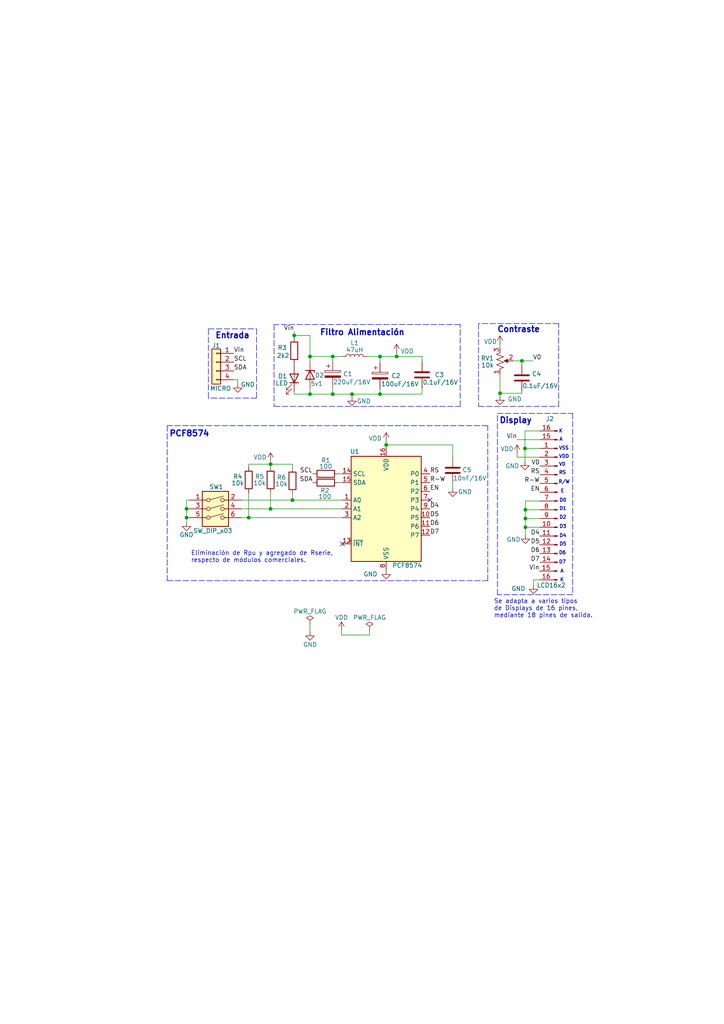
<source format=kicad_sch>
(kicad_sch (version 20211123) (generator eeschema)
  (paper "A4" portrait)
  (title_block (title "Adaptador LCD-i2c para Displays Alfanuméricos") (date "2022-08-04") (rev "1.0") (comment 1 "Autor: Jordán Joan Emmanuel") (comment 2 "Bajo licencia CERN Open Hardware Licence V2. Basado en réplica LCD-i2c comercial") (comment 3 "Diseño de Circuitos Impresos, Carrera de Especialización en Sistemas Embebidos, FIUBA") (comment 4 "Facultad de Ingeniería de la Universidad de Buenos Aires"))
  (lib_symbols
    (symbol "Connector_Generic:Conn_01x04" (pin_names (offset 1.016) hide)
      (property "Reference" "J" (at 0 5.08 0))
      (property "Value" "Conn_01x04" (at 0 -7.62 0))
      (symbol "Conn_01x04_1_1"
        (rectangle (start -1.27 -4.953) (end 0 -5.207) (stroke (width 0.1524)))
        (rectangle (start -1.27 -2.413) (end 0 -2.667) (stroke (width 0.1524)))
        (rectangle (start -1.27 0.127) (end 0 -0.127) (stroke (width 0.1524)))
        (rectangle (start -1.27 2.667) (end 0 2.413) (stroke (width 0.1524)))
        (rectangle (start -1.27 3.81) (end 1.27 -6.35) (stroke (width 0.254)) (fill (type background)))
        (pin passive line (at -5.08 2.54 0) (length 3.81) (name "Pin_1") (number "1"))
        (pin passive line (at -5.08 0 0) (length 3.81) (name "Pin_2") (number "2"))
        (pin passive line (at -5.08 -2.54 0) (length 3.81) (name "Pin_3") (number "3"))
        (pin passive line (at -5.08 -5.08 0) (length 3.81) (name "Pin_4") (number "4"))
      )
    )
    (symbol "Connector_Generic:pin_2.54_18" (pin_names (offset 1.016) hide)
      (property "Reference" "J2" (at -1.397 21.082 0))
      (property "Value" "pin_2.54_18" (at -1.397 -27.178 0))
      (symbol "pin_2.54_18_1_1"
        (polyline (pts (xy 1.27 -20.32) (xy 0.8636 -20.32)) (stroke (width 0.1524)))
        (polyline (pts (xy 1.27 -17.78) (xy 0.8636 -17.78)) (stroke (width 0.1524)))
        (polyline (pts (xy 1.27 -15.24) (xy 0.8636 -15.24)) (stroke (width 0.1524)))
        (polyline (pts (xy 1.27 -12.7) (xy 0.8636 -12.7)) (stroke (width 0.1524)))
        (polyline (pts (xy 1.27 -10.16) (xy 0.8636 -10.16)) (stroke (width 0.1524)))
        (polyline (pts (xy 1.27 -7.62) (xy 0.8636 -7.62)) (stroke (width 0.1524)))
        (polyline (pts (xy 1.27 -5.08) (xy 0.8636 -5.08)) (stroke (width 0.1524)))
        (polyline (pts (xy 1.27 -2.54) (xy 0.8636 -2.54)) (stroke (width 0.1524)))
        (polyline (pts (xy 1.27 0) (xy 0.8636 0)) (stroke (width 0.1524)))
        (polyline (pts (xy 1.27 2.54) (xy 0.8636 2.54)) (stroke (width 0.1524)))
        (polyline (pts (xy 1.27 5.08) (xy 0.8636 5.08)) (stroke (width 0.1524)))
        (polyline (pts (xy 1.27 7.62) (xy 0.8636 7.62)) (stroke (width 0.1524)))
        (polyline (pts (xy 1.27 10.16) (xy 0.8636 10.16)) (stroke (width 0.1524)))
        (polyline (pts (xy 1.27 12.7) (xy 0.8636 12.7)) (stroke (width 0.1524)))
        (polyline (pts (xy 1.27 15.24) (xy 0.8636 15.24)) (stroke (width 0.1524)))
        (polyline (pts (xy 1.27 17.78) (xy 0.8636 17.78)) (stroke (width 0.1524)))
        (polyline (pts (xy 1.3208 -25.4) (xy 0.9144 -25.4)) (stroke (width 0.1524)))
        (polyline (pts (xy 1.3462 -22.86) (xy 0.9398 -22.86)) (stroke (width 0.1524)))
        (rectangle (start 0.8636 -20.193) (end 0 -20.447) (stroke (width 0.1524)) (fill (type outline)))
        (rectangle (start 0.8636 -17.653) (end 0 -17.907) (stroke (width 0.1524)) (fill (type outline)))
        (rectangle (start 0.8636 -15.113) (end 0 -15.367) (stroke (width 0.1524)) (fill (type outline)))
        (rectangle (start 0.8636 -12.573) (end 0 -12.827) (stroke (width 0.1524)) (fill (type outline)))
        (rectangle (start 0.8636 -10.033) (end 0 -10.287) (stroke (width 0.1524)) (fill (type outline)))
        (rectangle (start 0.8636 -7.493) (end 0 -7.747) (stroke (width 0.1524)) (fill (type outline)))
        (rectangle (start 0.8636 -4.953) (end 0 -5.207) (stroke (width 0.1524)) (fill (type outline)))
        (rectangle (start 0.8636 -2.413) (end 0 -2.667) (stroke (width 0.1524)) (fill (type outline)))
        (rectangle (start 0.8636 0.127) (end 0 -0.127) (stroke (width 0.1524)) (fill (type outline)))
        (rectangle (start 0.8636 2.667) (end 0 2.413) (stroke (width 0.1524)) (fill (type outline)))
        (rectangle (start 0.8636 5.207) (end 0 4.953) (stroke (width 0.1524)) (fill (type outline)))
        (rectangle (start 0.8636 7.747) (end 0 7.493) (stroke (width 0.1524)) (fill (type outline)))
        (rectangle (start 0.8636 10.287) (end 0 10.033) (stroke (width 0.1524)) (fill (type outline)))
        (rectangle (start 0.8636 12.827) (end 0 12.573) (stroke (width 0.1524)) (fill (type outline)))
        (rectangle (start 0.8636 15.367) (end 0 15.113) (stroke (width 0.1524)) (fill (type outline)))
        (rectangle (start 0.8636 17.907) (end 0 17.653) (stroke (width 0.1524)) (fill (type outline)))
        (rectangle (start 0.9144 -25.273) (end 0.0508 -25.527) (stroke (width 0.1524)) (fill (type outline)))
        (rectangle (start 0.9398 -22.733) (end 0.0762 -22.987) (stroke (width 0.1524)) (fill (type outline)))
        (pin passive line (at 5.08 12.7 180) (length 3.81) (name "Pin_1") (number "1"))
        (pin passive line (at 5.08 -10.16 180) (length 3.81) (name "Pin_10") (number "10"))
        (pin passive line (at 5.08 -12.7 180) (length 3.81) (name "Pin_11") (number "11"))
        (pin passive line (at 5.08 -15.24 180) (length 3.81) (name "Pin_12") (number "12"))
        (pin passive line (at 5.08 -17.78 180) (length 3.81) (name "Pin_13") (number "13"))
        (pin passive line (at 5.08 -20.32 180) (length 3.81) (name "Pin_14") (number "14"))
        (pin passive line (at 5.08 15.24 180) (length 3.81) (name "Pin_15") (number "15"))
        (pin passive line (at 5.1562 -22.86 180) (length 3.81) (name "Pin_15") (number "15"))
        (pin passive line (at 5.08 17.78 180) (length 3.81) (name "Pin_16") (number "16"))
        (pin passive line (at 5.1308 -25.4 180) (length 3.81) (name "Pin_16") (number "16"))
        (pin passive line (at 5.08 10.16 180) (length 3.81) (name "Pin_2") (number "2"))
        (pin passive line (at 5.08 7.62 180) (length 3.81) (name "Pin_3") (number "3"))
        (pin passive line (at 5.08 5.08 180) (length 3.81) (name "Pin_4") (number "4"))
        (pin passive line (at 5.08 2.54 180) (length 3.81) (name "Pin_5") (number "5"))
        (pin passive line (at 5.08 0 180) (length 3.81) (name "Pin_6") (number "6"))
        (pin passive line (at 5.08 -2.54 180) (length 3.81) (name "Pin_7") (number "7"))
        (pin passive line (at 5.08 -5.08 180) (length 3.81) (name "Pin_8") (number "8"))
        (pin passive line (at 5.08 -7.62 180) (length 3.81) (name "Pin_9") (number "9"))
      )
    )
    (symbol "DCI_switch:SW_DIP_x03" (pin_names (offset 0) hide)
      (property "Reference" "SW" (at 0 8.89 0))
      (property "Value" "SW_DIP_x03" (at 0 -3.81 0))
      (symbol "SW_DIP_x03_0_0"
        (circle (center -2.032 0) (radius 0.508))
        (circle (center -2.032 2.54) (radius 0.508))
        (circle (center -2.032 5.08) (radius 0.508))
        (polyline (pts (xy -1.524 0.127) (xy 2.3622 1.1684)))
        (polyline (pts (xy -1.524 2.667) (xy 2.3622 3.7084)))
        (polyline (pts (xy -1.524 5.207) (xy 2.3622 6.2484)))
        (circle (center 2.032 0) (radius 0.508))
        (circle (center 2.032 2.54) (radius 0.508))
        (circle (center 2.032 5.08) (radius 0.508))
      )
      (symbol "SW_DIP_x03_0_1"
        (rectangle (start -3.81 7.62) (end 3.81 -2.54) (stroke (width 0.254)) (fill (type background)))
      )
      (symbol "SW_DIP_x03_1_1"
        (pin passive line (at -7.62 5.08 0) (length 5.08) (name "~") (number "1"))
        (pin passive line (at 7.62 5.08 180) (length 5.08) (name "~") (number "2"))
        (pin passive line (at -7.62 2.54 0) (length 5.08) (name "~") (number "3"))
        (pin passive line (at 7.62 2.54 180) (length 5.08) (name "~") (number "4"))
        (pin passive line (at -7.62 0 0) (length 5.08) (name "~") (number "5"))
        (pin passive line (at 7.62 0 180) (length 5.08) (name "~") (number "6"))
      )
    )
    (symbol "Device:C" (pin_numbers hide) (pin_names (offset 0.254))
      (property "Reference" "C" (at 0.635 2.54 0))
      (property "Value" "C" (at 0.635 -2.54 0))
      (symbol "C_0_1"
        (polyline (pts (xy -2.032 -0.762) (xy 2.032 -0.762)) (stroke (width 0.508)))
        (polyline (pts (xy -2.032 0.762) (xy 2.032 0.762)) (stroke (width 0.508)))
      )
      (symbol "C_1_1"
        (pin passive line (at 0 3.81 270) (length 2.794) (name "~") (number "1"))
        (pin passive line (at 0 -3.81 90) (length 2.794) (name "~") (number "2"))
      )
    )
    (symbol "Device:C_Polarized" (pin_numbers hide) (pin_names (offset 0.254))
      (property "Reference" "C" (at 0.635 2.54 0))
      (property "Value" "C_Polarized" (at 0.635 -2.54 0))
      (symbol "C_Polarized_0_1"
        (rectangle (start -2.286 0.508) (end 2.286 1.016))
        (polyline (pts (xy -1.778 2.286) (xy -0.762 2.286)))
        (polyline (pts (xy -1.27 2.794) (xy -1.27 1.778)))
        (rectangle (start 2.286 -0.508) (end -2.286 -1.016) (fill (type outline)))
      )
      (symbol "C_Polarized_1_1"
        (pin passive line (at 0 3.81 270) (length 2.794) (name "~") (number "1"))
        (pin passive line (at 0 -3.81 90) (length 2.794) (name "~") (number "2"))
      )
    )
    (symbol "Device:D_Zener" (pin_numbers hide) (pin_names (offset 1.016) hide)
      (property "Reference" "D" (at 0 2.54 0))
      (property "Value" "D_Zener" (at 0 -2.54 0))
      (symbol "D_Zener_0_1"
        (polyline (pts (xy 1.27 0) (xy -1.27 0)))
        (polyline (pts (xy -1.27 -1.27) (xy -1.27 1.27) (xy -0.762 1.27)) (stroke (width 0.254)))
        (polyline (pts (xy 1.27 -1.27) (xy 1.27 1.27) (xy -1.27 0) (xy 1.27 -1.27)) (stroke (width 0.254)))
      )
      (symbol "D_Zener_1_1"
        (pin passive line (at -3.81 0 0) (length 2.54) (name "K") (number "1"))
        (pin passive line (at 3.81 0 180) (length 2.54) (name "A") (number "2"))
      )
    )
    (symbol "Device:L" (pin_numbers hide) (pin_names (offset 1.016) hide)
      (property "Reference" "L" (at -1.27 0 90))
      (property "Value" "L" (at 1.905 0 90))
      (symbol "L_0_1"
        (arc (start 0 -2.54) (mid 0.635 -1.905) (end 0 -1.27))
        (arc (start 0 -1.27) (mid 0.635 -0.635) (end 0 0))
        (arc (start 0 0) (mid 0.635 0.635) (end 0 1.27))
        (arc (start 0 1.27) (mid 0.635 1.905) (end 0 2.54))
      )
      (symbol "L_1_1"
        (pin passive line (at 0 3.81 270) (length 1.27) (name "1") (number "1"))
        (pin passive line (at 0 -3.81 90) (length 1.27) (name "2") (number "2"))
      )
    )
    (symbol "Device:LED" (pin_numbers hide) (pin_names (offset 1.016) hide)
      (property "Reference" "D" (at 0 2.54 0))
      (property "Value" "LED" (at 0 -2.54 0))
      (symbol "LED_0_1"
        (polyline (pts (xy -1.27 -1.27) (xy -1.27 1.27)) (stroke (width 0.254)))
        (polyline (pts (xy -1.27 0) (xy 1.27 0)))
        (polyline (pts (xy 1.27 -1.27) (xy 1.27 1.27) (xy -1.27 0) (xy 1.27 -1.27)) (stroke (width 0.254)))
        (polyline (pts (xy -3.048 -0.762) (xy -4.572 -2.286) (xy -3.81 -2.286) (xy -4.572 -2.286) (xy -4.572 -1.524)))
        (polyline (pts (xy -1.778 -0.762) (xy -3.302 -2.286) (xy -2.54 -2.286) (xy -3.302 -2.286) (xy -3.302 -1.524)))
      )
      (symbol "LED_1_1"
        (pin passive line (at -3.81 0 0) (length 2.54) (name "K") (number "1"))
        (pin passive line (at 3.81 0 180) (length 2.54) (name "A") (number "2"))
      )
    )
    (symbol "Device:R" (pin_numbers hide) (pin_names (offset 0))
      (property "Reference" "R" (at 2.032 0 90))
      (property "Value" "R" (at 0 0 90))
      (symbol "R_0_1"
        (rectangle (start -1.016 -2.54) (end 1.016 2.54) (stroke (width 0.254)))
      )
      (symbol "R_1_1"
        (pin passive line (at 0 3.81 270) (length 1.27) (name "~") (number "1"))
        (pin passive line (at 0 -3.81 90) (length 1.27) (name "~") (number "2"))
      )
    )
    (symbol "Device:R_Potentiometer_US" (pin_names (offset 1.016) hide)
      (property "Reference" "RV" (at -4.445 0 90))
      (property "Value" "R_Potentiometer_US" (at -2.54 0 90))
      (symbol "R_Potentiometer_US_0_1"
        (polyline (pts (xy 0 -2.286) (xy 0 -2.54)))
        (polyline (pts (xy 0 2.54) (xy 0 2.286)))
        (polyline (pts (xy 2.54 0) (xy 1.524 0)))
        (polyline (pts (xy 1.143 0) (xy 2.286 0.508) (xy 2.286 -0.508) (xy 1.143 0)) (fill (type outline)))
        (polyline (pts (xy 0 -0.762) (xy 1.016 -1.143) (xy 0 -1.524) (xy -1.016 -1.905) (xy 0 -2.286)))
        (polyline (pts (xy 0 0.762) (xy 1.016 0.381) (xy 0 0) (xy -1.016 -0.381) (xy 0 -0.762)))
        (polyline (pts (xy 0 2.286) (xy 1.016 1.905) (xy 0 1.524) (xy -1.016 1.143) (xy 0 0.762)))
      )
      (symbol "R_Potentiometer_US_1_1"
        (pin passive line (at 0 3.81 270) (length 1.27) (name "1") (number "1"))
        (pin passive line (at 3.81 0 180) (length 1.27) (name "2") (number "2"))
        (pin passive line (at 0 -3.81 90) (length 1.27) (name "3") (number "3"))
      )
    )
    (symbol "Interface_Expansion:PCF8574"
      (property "Reference" "U" (at -8.89 16.51 0))
      (property "Value" "PCF8574" (at 2.54 16.51 0))
      (symbol "PCF8574_0_1"
        (rectangle (start -10.16 15.24) (end 10.16 -15.24) (stroke (width 0.254)) (fill (type background)))
      )
      (symbol "PCF8574_1_1"
        (pin input line (at -12.7 2.54 0) (length 2.54) (name "A0") (number "1"))
        (pin bidirectional line (at 12.7 -2.54 180) (length 2.54) (name "P5") (number "10"))
        (pin bidirectional line (at 12.7 -5.08 180) (length 2.54) (name "P6") (number "11"))
        (pin bidirectional line (at 12.7 -7.62 180) (length 2.54) (name "P7") (number "12"))
        (pin open_collector output_low (at -12.7 -10.16 0) (length 2.54) (name "~{INT}") (number "13"))
        (pin input line (at -12.7 10.16 0) (length 2.54) (name "SCL") (number "14"))
        (pin bidirectional line (at -12.7 7.62 0) (length 2.54) (name "SDA") (number "15"))
        (pin power_in line (at 0 17.78 270) (length 2.54) (name "VDD") (number "16"))
        (pin input line (at -12.7 0 0) (length 2.54) (name "A1") (number "2"))
        (pin input line (at -12.7 -2.54 0) (length 2.54) (name "A2") (number "3"))
        (pin bidirectional line (at 12.7 10.16 180) (length 2.54) (name "P0") (number "4"))
        (pin bidirectional line (at 12.7 7.62 180) (length 2.54) (name "P1") (number "5"))
        (pin bidirectional line (at 12.7 5.08 180) (length 2.54) (name "P2") (number "6"))
        (pin bidirectional line (at 12.7 2.54 180) (length 2.54) (name "P3") (number "7"))
        (pin power_in line (at 0 -17.78 90) (length 2.54) (name "VSS") (number "8"))
        (pin bidirectional line (at 12.7 0 180) (length 2.54) (name "P4") (number "9"))
      )
    )
    (symbol "power:GND" (power) (pin_names (offset 0))
      (property "Value" "GND" (at 0 -3.81 0))
      (symbol "GND_0_1"
        (polyline (pts (xy 0 0) (xy 0 -1.27) (xy 1.27 -1.27) (xy 0 -2.54) (xy -1.27 -1.27) (xy 0 -1.27)))
      )
      (symbol "GND_1_1"
        (pin power_in line (at 0 0 270) (length 0) hide (name "GND") (number "1"))
      )
    )
    (symbol "power:PWR_FLAG" (power) (pin_numbers hide) (pin_names (offset 0) hide)
      (property "Value" "PWR_FLAG" (at 0 3.81 0))
      (symbol "PWR_FLAG_0_0"
        (pin power_out line (at 0 0 90) (length 0) (name "pwr") (number "1"))
      )
      (symbol "PWR_FLAG_0_1"
        (polyline (pts (xy 0 0) (xy 0 1.27) (xy -1.016 1.905) (xy 0 2.54) (xy 1.016 1.905) (xy 0 1.27)))
      )
    )
    (symbol "power:VDD" (power) (pin_names (offset 0))
      (property "Value" "VDD" (at 0 3.81 0))
      (symbol "VDD_0_1"
        (polyline (pts (xy -0.762 1.27) (xy 0 2.54)))
        (polyline (pts (xy 0 0) (xy 0 2.54)))
        (polyline (pts (xy 0 2.54) (xy 0.762 1.27)))
      )
      (symbol "VDD_1_1"
        (pin power_in line (at 0 0 90) (length 0) hide (name "VDD") (number "1"))
      )
    )
  )
  (junction (at 54.102 150.114))
  (junction (at 78.486 147.574))
  (junction (at 78.486 134.62))
  (junction (at 152.273 130.048))
  (junction (at 110.236 103.378))
  (junction (at 54.102 147.574))
  (junction (at 89.916 103.378))
  (junction (at 145.034 114.046))
  (junction (at 112.014 129.032))
  (junction (at 151.384 104.648))
  (junction (at 96.52 114.3))
  (junction (at 85.344 97.282))
  (junction (at 152.4 147.828))
  (junction (at 84.836 145.034))
  (junction (at 89.916 114.3))
  (junction (at 102.108 114.3))
  (junction (at 115.062 103.378))
  (junction (at 110.236 114.3))
  (junction (at 72.136 150.114))
  (junction (at 96.52 103.378))
  (junction (at 152.4 152.908))
  (junction (at 152.4 150.368))
  (no_connect (at 99.314 157.734))
  (no_connect (at 124.714 145.034))
  (wire (pts (xy 78.486 134.62) (xy 84.836 134.62)))
  (wire (pts (xy 54.102 145.034) (xy 54.864 145.034)))
  (wire (pts (xy 156.591 150.368) (xy 152.4 150.368)))
  (wire (pts (xy 110.236 103.378) (xy 115.062 103.378)))
  (wire (pts (xy 156.591 132.588) (xy 149.987 132.588)))
  (wire (pts (xy 89.916 103.378) (xy 89.916 104.902)))
  (wire (pts (xy 122.428 112.522) (xy 122.428 114.3)))
  (wire (pts (xy 89.916 114.3) (xy 96.52 114.3)))
  (wire (pts (xy 96.52 114.3) (xy 102.108 114.3)))
  (wire (pts (xy 110.236 103.378) (xy 110.236 105.156)))
  (wire (pts (xy 72.136 135.382) (xy 72.136 134.62)))
  (wire (pts (xy 89.916 112.522) (xy 89.916 114.3)))
  (polyline (pts (xy 141.478 123.444) (xy 48.514 123.444)))
  (wire (pts (xy 154.7368 168.148) (xy 154.7368 169.6212)))
  (polyline (pts (xy 166.116 119.888) (xy 166.116 172.466)))
  (polyline (pts (xy 141.478 168.402) (xy 141.478 123.444)))
  (wire (pts (xy 149.987 132.588) (xy 149.987 131.572)))
  (wire (pts (xy 99.314 137.414) (xy 98.298 137.414)))
  (wire (pts (xy 85.344 96.139) (xy 85.344 97.282)))
  (wire (pts (xy 85.344 97.282) (xy 85.344 97.917)))
  (wire (pts (xy 98.298 139.954) (xy 99.314 139.954)))
  (wire (pts (xy 145.034 114.046) (xy 145.034 114.808)))
  (wire (pts (xy 102.108 114.3) (xy 110.236 114.3)))
  (wire (pts (xy 152.4 150.368) (xy 152.4 152.908)))
  (wire (pts (xy 107.188 184.15) (xy 107.188 182.88)))
  (wire (pts (xy 156.591 130.048) (xy 152.273 130.048)))
  (wire (pts (xy 152.4 147.828) (xy 152.4 150.368)))
  (wire (pts (xy 84.836 134.62) (xy 84.836 135.636)))
  (polyline (pts (xy 138.811 93.853) (xy 138.811 117.856)))
  (wire (pts (xy 115.062 102.362) (xy 115.062 103.378)))
  (wire (pts (xy 112.014 129.032) (xy 112.014 129.794)))
  (wire (pts (xy 99.06 182.88) (xy 99.06 184.15)))
  (wire (pts (xy 145.034 114.046) (xy 151.384 114.046)))
  (wire (pts (xy 115.062 103.378) (xy 122.428 103.378)))
  (wire (pts (xy 78.486 147.574) (xy 99.314 147.574)))
  (polyline (pts (xy 162.052 93.853) (xy 138.811 93.853)))
  (wire (pts (xy 152.4 152.908) (xy 156.591 152.908)))
  (wire (pts (xy 110.236 114.3) (xy 122.428 114.3)))
  (wire (pts (xy 102.108 114.3) (xy 102.108 115.062)))
  (polyline (pts (xy 79.502 94.107) (xy 79.502 117.856)))
  (wire (pts (xy 72.136 150.114) (xy 99.314 150.114)))
  (wire (pts (xy 145.034 108.458) (xy 145.034 114.046)))
  (polyline (pts (xy 133.477 94.107) (xy 79.502 94.107)))
  (wire (pts (xy 54.102 147.574) (xy 54.102 145.034)))
  (polyline (pts (xy 74.422 115.443) (xy 60.452 115.443)))
  (wire (pts (xy 99.314 145.034) (xy 84.836 145.034)))
  (wire (pts (xy 152.273 130.048) (xy 152.273 133.731)))
  (wire (pts (xy 131.318 140.208) (xy 131.318 141.478)))
  (wire (pts (xy 156.591 124.968) (xy 152.273 124.968)))
  (wire (pts (xy 96.52 103.378) (xy 99.06 103.378)))
  (wire (pts (xy 54.102 150.114) (xy 54.864 150.114)))
  (wire (pts (xy 84.836 143.256) (xy 84.836 145.034)))
  (polyline (pts (xy 138.811 117.856) (xy 162.052 117.856)))
  (wire (pts (xy 149.987 127.508) (xy 156.591 127.508)))
  (wire (pts (xy 89.916 103.378) (xy 96.52 103.378)))
  (wire (pts (xy 96.52 112.268) (xy 96.52 114.3)))
  (wire (pts (xy 151.384 113.411) (xy 151.384 114.046)))
  (wire (pts (xy 78.486 134.62) (xy 78.486 135.382)))
  (wire (pts (xy 68.961 110.109) (xy 68.961 111.252)))
  (polyline (pts (xy 48.514 168.402) (xy 141.478 168.402)))
  (wire (pts (xy 54.102 147.574) (xy 54.864 147.574)))
  (wire (pts (xy 54.102 150.114) (xy 54.102 147.574)))
  (polyline (pts (xy 60.452 95.377) (xy 74.422 95.377)))
  (polyline (pts (xy 144.272 119.888) (xy 166.116 119.888)))
  (wire (pts (xy 89.916 183.134) (xy 89.916 181.102)))
  (wire (pts (xy 78.486 143.002) (xy 78.486 147.574)))
  (wire (pts (xy 78.486 133.858) (xy 78.486 134.62)))
  (wire (pts (xy 131.318 129.032) (xy 131.318 132.588)))
  (wire (pts (xy 70.104 147.574) (xy 78.486 147.574)))
  (wire (pts (xy 151.384 104.648) (xy 151.384 105.791)))
  (wire (pts (xy 112.014 129.032) (xy 131.318 129.032)))
  (wire (pts (xy 96.52 103.378) (xy 96.52 104.648)))
  (wire (pts (xy 148.844 104.648) (xy 151.384 104.648)))
  (wire (pts (xy 110.236 112.776) (xy 110.236 114.3)))
  (wire (pts (xy 85.344 97.282) (xy 89.916 97.282)))
  (wire (pts (xy 72.136 143.002) (xy 72.136 150.114)))
  (wire (pts (xy 72.136 134.62) (xy 78.486 134.62)))
  (wire (pts (xy 152.4 145.288) (xy 152.4 147.828)))
  (wire (pts (xy 151.384 104.648) (xy 154.559 104.648)))
  (wire (pts (xy 152.273 124.968) (xy 152.273 130.048)))
  (wire (pts (xy 70.104 150.114) (xy 72.136 150.114)))
  (wire (pts (xy 156.591 147.828) (xy 152.4 147.828)))
  (wire (pts (xy 99.06 184.15) (xy 107.188 184.15)))
  (wire (pts (xy 85.344 114.3) (xy 89.916 114.3)))
  (wire (pts (xy 152.4 152.908) (xy 152.4 155.067)))
  (wire (pts (xy 145.034 99.949) (xy 145.034 100.838)))
  (wire (pts (xy 122.428 103.378) (xy 122.428 104.902)))
  (wire (pts (xy 112.014 128.016) (xy 112.014 129.032)))
  (polyline (pts (xy 162.052 117.856) (xy 162.052 93.853)))
  (wire (pts (xy 85.344 105.537) (xy 85.344 105.918)))
  (wire (pts (xy 54.102 150.114) (xy 54.102 151.384)))
  (polyline (pts (xy 48.514 123.444) (xy 48.514 168.402)))
  (polyline (pts (xy 133.477 117.856) (xy 133.477 94.107)))
  (wire (pts (xy 85.344 113.538) (xy 85.344 114.3)))
  (wire (pts (xy 84.836 145.034) (xy 70.104 145.034)))
  (polyline (pts (xy 60.452 115.443) (xy 60.452 95.377)))
  (polyline (pts (xy 79.502 117.856) (xy 133.477 117.856)))
  (wire (pts (xy 106.68 103.378) (xy 110.236 103.378)))
  (polyline (pts (xy 166.116 172.466) (xy 144.272 172.466)))
  (wire (pts (xy 156.5402 168.148) (xy 154.7368 168.148)))
  (polyline (pts (xy 144.272 172.466) (xy 144.272 119.888)))
  (wire (pts (xy 67.818 110.109) (xy 68.961 110.109)))
  (wire (pts (xy 89.916 97.282) (xy 89.916 103.378)))
  (polyline (pts (xy 74.422 95.377) (xy 74.422 115.443)))
  (wire (pts (xy 156.591 145.288) (xy 152.4 145.288)))
  (text "Filtro Alimentación" (at 92.71 97.536 0) (effects (font (size 1.7018 1.7018) (thickness 0.3404) bold) (justify left bottom)))
  (text "PCF8574" (at 49.022 126.873 0) (effects (font (size 1.7018 1.7018) (thickness 0.3404) bold) (justify left bottom)))
  (text "K" (at 162.3822 168.8846 0) (effects (font (size 0.9906 0.9906) (thickness 0.1981) bold) (justify left bottom)))
  (text "RS" (at 162.052 137.795 0) (effects (font (size 0.9906 0.9906) (thickness 0.1981) bold) (justify left bottom)))
  (text "D1" (at 162.179 148.209 0) (effects (font (size 0.9906 0.9906) (thickness 0.1981) bold) (justify left bottom)))
  (text "Display" (at 144.78 123.063 0) (effects (font (size 1.7018 1.7018) (thickness 0.3404) bold) (justify left bottom)))
  (text "D5" (at 162.179 158.496 0) (effects (font (size 0.9906 0.9906) (thickness 0.1981) bold) (justify left bottom)))
  (text "A" (at 162.4584 166.3446 0) (effects (font (size 0.9906 0.9906) (thickness 0.1981) bold) (justify left bottom)))
  (text "Contraste" (at 144.145 96.647 0) (effects (font (size 1.7018 1.7018) (thickness 0.3404) bold) (justify left bottom)))
  (text "VSS" (at 162.052 130.683 0) (effects (font (size 0.9906 0.9906) (thickness 0.1981) bold) (justify left bottom)))
  (text "D4" (at 162.179 156.083 0) (effects (font (size 0.9906 0.9906) (thickness 0.1981) bold) (justify left bottom)))
  (text "D0\n" (at 162.179 145.796 0) (effects (font (size 0.9906 0.9906) (thickness 0.1981) bold) (justify left bottom)))
  (text "V0" (at 162.052 135.382 0) (effects (font (size 0.9906 0.9906) (thickness 0.1981) bold) (justify left bottom)))
  (text "Entrada" (at 62.357 98.425 0) (effects (font (size 1.7018 1.7018) (thickness 0.3404) bold) (justify left bottom)))
  (text "D6" (at 162.052 161.036 0) (effects (font (size 0.9906 0.9906) (thickness 0.1981) bold) (justify left bottom)))
  (text "K" (at 162.052 125.73 0) (effects (font (size 0.9906 0.9906) (thickness 0.1981) bold) (justify left bottom)))
  (text "Eliminación de Rpu y agregado de Rserie,\nrespecto de módulos comerciales." (at 55.372 163.322 0) (effects (font (size 1.27 1.27)) (justify left bottom)))
  (text "A" (at 162.179 128.143 0) (effects (font (size 0.9906 0.9906) (thickness 0.1981) bold) (justify left bottom)))
  (text "Se adapta a varios tipos \nde Displays de 16 pines, \nmediante 18 pines de salida." (at 143.256 179.324 0) (effects (font (size 1.27 1.27)) (justify left bottom)))
  (text "VDD" (at 162.052 133.096 0) (effects (font (size 0.9906 0.9906) (thickness 0.1981) bold) (justify left bottom)))
  (text "R/W" (at 161.925 140.462 0) (effects (font (size 0.9906 0.9906) (thickness 0.1981) bold) (justify left bottom)))
  (text "E" (at 162.56 143.129 0) (effects (font (size 0.9906 0.9906) (thickness 0.1981) bold) (justify left bottom)))
  (text "D3" (at 162.179 153.416 0) (effects (font (size 0.9906 0.9906) (thickness 0.1981) bold) (justify left bottom)))
  (text "D7" (at 162.052 163.703 0) (effects (font (size 0.9906 0.9906) (thickness 0.1981) bold) (justify left bottom)))
  (text "D2" (at 162.179 150.749 0) (effects (font (size 0.9906 0.9906) (thickness 0.1981) bold) (justify left bottom)))
  (label "D4" (at 156.591 155.448 180))
  (label "EN" (at 124.714 142.494 0))
  (label "Vin" (at 156.5148 165.608 180))
  (label "D6" (at 124.714 152.654 0))
  (label "D6" (at 156.591 160.528 180))
  (label "D5" (at 124.714 150.114 0))
  (label "V0" (at 156.591 135.128 180))
  (label "SDA" (at 90.678 139.954 180))
  (label "EN" (at 156.591 142.748 180))
  (label "SCL" (at 67.818 105.029 0))
  (label "R-W" (at 156.591 140.208 180))
  (label "RS" (at 156.591 137.668 180))
  (label "D5" (at 156.591 157.988 180))
  (label "RS" (at 124.714 137.414 0))
  (label "SDA" (at 67.818 107.569 0))
  (label "V0" (at 154.559 104.648 0))
  (label "Vin" (at 67.818 102.489 0))
  (label "D4" (at 124.714 147.574 0))
  (label "R-W" (at 124.714 139.954 0))
  (label "D7" (at 156.591 163.068 180))
  (label "Vin" (at 149.987 127.508 180))
  (label "Vin" (at 85.344 96.139 180))
  (label "D7" (at 124.714 155.194 0))
  (label "SCL" (at 90.678 137.414 180))
  (symbol (lib_id "Interface_Expansion:PCF8574") (at 112.014 147.574 0) (unit 1)
    (property "Reference" "U1" (at 102.87 130.937 0))
    (property "Value" "PCF8574" (at 118.11 163.957 0))
    (property "Footprint" "DCI_PCF854:SOIC127P1030X265-16N" (effects hide))
    (property "Datasheet" "http://www.nxp.com/documents/data_sheet/PCF8574_PCF8574A.pdf" (effects hide))
  )
  (symbol (lib_id "Device:C") (at 131.318 136.398 0) (unit 1)
    (property "Reference" "C5" (at 134.112 136.271 0) (effects (justify left)))
    (property "Value" "10nF/16V" (at 131.445 138.684 0) (effects (justify left)))
    (property "Footprint" "Capacitor_SMD:C_0805_2012Metric" (effects hide))
  )
  (symbol (lib_id "Device:D_Zener") (at 89.916 108.712 270) (unit 1)
    (property "Reference" "D2" (at 91.313 108.839 90) (effects (justify left)))
    (property "Value" "5v1" (at 90.043 111.252 90) (effects (justify left)))
    (property "Footprint" "Diode_SMD:D_0805_2012Metric_Pad1.15x1.40mm_HandSolder" (effects hide))
  )
  (symbol (lib_id "Device:C") (at 122.428 108.712 0) (unit 1)
    (property "Reference" "C3" (at 126.111 108.712 0) (effects (justify left)))
    (property "Value" "0.1uF/16V" (at 122.555 110.871 0) (effects (justify left)))
    (property "Footprint" "Capacitor_SMD:C_0805_2012Metric" (effects hide))
  )
  (symbol (lib_id "Device:LED") (at 85.344 109.728 270) (mirror x) (unit 1)
    (property "Reference" "D1" (at 83.312 109.093 90) (effects (justify right)))
    (property "Value" "LED" (at 83.566 111.125 90) (effects (justify right)))
    (property "Footprint" "LED_SMD:LED_0805_2012Metric_Pad1.15x1.40mm_HandSolder" (effects hide))
  )
  (symbol (lib_id "Device:R") (at 85.344 101.727 0) (unit 1)
    (property "Reference" "R3" (at 80.518 100.838 0) (effects (justify left)))
    (property "Value" "2k2" (at 80.264 103.124 0) (effects (justify left)))
    (property "Footprint" "Resistor_SMD:R_0805_2012Metric_Pad1.15x1.40mm_HandSolder" (effects hide))
  )
  (symbol (lib_id "power:GND") (at 112.014 165.354 0) (unit 1)
    (property "Reference" "#GND0101" (effects hide))
    (property "Value" "GND" (at 105.41 166.497 0) (effects (justify left)))
  )
  (symbol (lib_id "Device:L") (at 102.87 103.378 90) (unit 1)
    (property "Reference" "L1" (at 102.87 99.441 90))
    (property "Value" "47uH" (at 102.87 101.473 90))
    (property "Footprint" "Inductor_SMD:L_0805_2012Metric_Pad1.15x1.40mm_HandSolder" (effects hide))
  )
  (symbol (lib_id "power:GND") (at 152.4 155.067 0) (unit 1)
    (property "Reference" "#PWR0108" (effects hide))
    (property "Value" "GND" (at 148.971 156.464 0))
  )
  (symbol (lib_id "Device:R") (at 94.488 139.954 90) (unit 1)
    (property "Reference" "R2" (at 94.234 142.24 90))
    (property "Value" "100" (at 94.234 144.018 90))
    (property "Footprint" "Resistor_SMD:R_0805_2012Metric_Pad1.15x1.40mm_HandSolder" (effects hide))
  )
  (symbol (lib_id "Device:R") (at 94.488 137.414 90) (unit 1)
    (property "Reference" "R1" (at 94.488 133.477 90))
    (property "Value" "100" (at 94.488 135.255 90))
    (property "Footprint" "Resistor_SMD:R_0805_2012Metric_Pad1.15x1.40mm_HandSolder" (effects hide))
  )
  (symbol (lib_id "Connector_Generic:Conn_01x04") (at 62.738 105.029 0) (mirror y) (unit 1)
    (property "Reference" "J1" (at 63.881 100.203 0) (effects (justify left)))
    (property "Value" "MICRO" (at 67.056 112.649 0) (effects (justify left)))
    (property "Footprint" "Connector_PinHeader_2.54mm:PinHeader_1x04_P2.54mm_Vertical" (effects hide))
  )
  (symbol (lib_id "power:GND") (at 102.108 115.062 0) (unit 1)
    (property "Reference" "#PWR0105" (effects hide))
    (property "Value" "GND" (at 105.537 116.332 0))
  )
  (symbol (lib_id "power:GND") (at 131.318 141.478 0) (unit 1)
    (property "Reference" "#PWR0101" (effects hide))
    (property "Value" "GND" (at 134.874 142.621 0))
  )
  (symbol (lib_id "power:GND") (at 54.102 151.384 0) (unit 1)
    (property "Reference" "#PWR0102" (effects hide))
    (property "Value" "GND" (at 54.102 155.067 0))
  )
  (symbol (lib_id "power:GND") (at 68.961 111.252 0) (mirror y) (unit 1)
    (property "Reference" "#GND0103" (effects hide))
    (property "Value" "GND" (at 73.914 111.506 0) (effects (justify left)))
  )
  (symbol (lib_id "power:VDD") (at 145.034 99.949 0) (unit 1)
    (property "Reference" "#PWR0103" (effects hide))
    (property "Value" "VDD" (at 142.24 99.06 0))
  )
  (symbol (lib_id "Device:C") (at 151.384 109.601 0) (unit 1)
    (property "Reference" "C4" (at 154.305 108.4326 0) (effects (justify left)))
    (property "Value" "0.1uF/16V" (at 151.511 111.887 0) (effects (justify left)))
    (property "Footprint" "Capacitor_SMD:C_0805_2012Metric" (effects hide))
  )
  (symbol (lib_id "power:GND") (at 145.034 114.808 0) (unit 1)
    (property "Reference" "#GND0102" (effects hide))
    (property "Value" "GND" (at 147.2692 115.7478 0) (effects (justify left)))
  )
  (symbol (lib_id "power:VDD") (at 112.014 128.016 0) (unit 1)
    (property "Reference" "#PWR0106" (effects hide))
    (property "Value" "VDD" (at 108.839 127.127 0))
  )
  (symbol (lib_id "power:VDD") (at 115.062 102.362 0) (unit 1)
    (property "Reference" "#PWR0104" (effects hide))
    (property "Value" "VDD" (at 118.11 101.854 0))
  )
  (symbol (lib_id "Device:R") (at 84.836 139.446 180) (unit 1)
    (property "Reference" "R6" (at 81.661 138.43 0))
    (property "Value" "10k" (at 81.661 140.335 0))
    (property "Footprint" "Resistor_SMD:R_0805_2012Metric_Pad1.15x1.40mm_HandSolder" (effects hide))
  )
  (symbol (lib_id "Device:R") (at 78.486 139.192 180) (unit 1)
    (property "Reference" "R5" (at 75.311 138.176 0))
    (property "Value" "10k" (at 75.311 140.081 0))
    (property "Footprint" "Resistor_SMD:R_0805_2012Metric_Pad1.15x1.40mm_HandSolder" (effects hide))
  )
  (symbol (lib_id "Device:R") (at 72.136 139.192 180) (unit 1)
    (property "Reference" "R4" (at 68.961 138.176 0))
    (property "Value" "10k" (at 68.961 140.081 0))
    (property "Footprint" "Resistor_SMD:R_0805_2012Metric_Pad1.15x1.40mm_HandSolder" (effects hide))
  )
  (symbol (lib_id "power:VDD") (at 78.486 133.858 0) (unit 1)
    (property "Reference" "#PWR0110" (effects hide))
    (property "Value" "VDD" (at 75.438 132.588 0))
  )
  (symbol (lib_id "power:GND") (at 154.7368 169.6212 0) (unit 1)
    (property "Reference" "#PWR0107" (effects hide))
    (property "Value" "GND" (at 150.368 170.688 0))
  )
  (symbol (lib_id "power:GND") (at 152.273 133.731 0) (unit 1)
    (property "Reference" "#PWR0109" (effects hide))
    (property "Value" "GND" (at 148.59 135.128 0))
  )
  (symbol (lib_id "power:VDD") (at 149.987 131.572 0) (unit 1)
    (property "Reference" "#PWR0111" (effects hide))
    (property "Value" "VDD" (at 147.066 130.175 0))
  )
  (symbol (lib_id "power:PWR_FLAG") (at 89.916 181.102 0) (unit 1)
    (property "Reference" "#FLG0101" (effects hide))
    (property "Value" "PWR_FLAG" (at 89.916 177.292 0))
  )
  (symbol (lib_id "power:GND") (at 89.916 183.134 0) (unit 1)
    (property "Reference" "#GND0104" (effects hide))
    (property "Value" "GND" (at 87.884 186.944 0) (effects (justify left)))
  )
  (symbol (lib_id "power:PWR_FLAG") (at 107.188 182.88 0) (unit 1)
    (property "Reference" "#FLG0102" (effects hide))
    (property "Value" "PWR_FLAG" (at 107.188 179.07 0))
  )
  (symbol (lib_id "power:VDD") (at 99.06 182.88 0) (unit 1)
    (property "Reference" "#PWR0112" (effects hide))
    (property "Value" "VDD" (at 99.06 179.07 0))
  )
  (symbol (lib_id "Device:R_Potentiometer_US") (at 145.034 104.648 0) (mirror x) (unit 1)
    (property "Reference" "RV1" (at 143.256 103.886 0) (effects (justify right)))
    (property "Value" "10k" (at 143.256 105.918 0) (effects (justify right)))
    (property "Footprint" "DCI_Pote:miPote10k_3362P" (effects hide))
  )
  (symbol (lib_id "Connector_Generic:pin_2.54_18") (at 161.671 142.748 0) (mirror y) (unit 1)
    (property "Reference" "J2" (at 158.2928 121.4628 0) (effects (justify right)))
    (property "Value" "LCD16x2" (at 155.6512 169.7228 0) (effects (justify right)))
    (property "Footprint" "DCI_Conector:LCD_16x2_dosTipos" (effects hide))
  )
  (symbol (lib_id "DCI_switch:SW_DIP_x03") (at 62.484 150.114 0) (unit 1)
    (property "Reference" "SW1" (at 62.738 141.224 0))
    (property "Value" "SW_DIP_x03" (at 61.722 153.924 0))
    (property "Footprint" "DCI_Switch:DIPSwitch_03" (effects hide))
  )
  (symbol (lib_id "Device:C_Polarized") (at 110.236 108.966 0) (unit 1)
    (property "Reference" "C2" (at 113.4872 108.966 0) (effects (justify left)))
    (property "Value" "100uF/16V" (at 110.5408 111.3536 0) (effects (justify left)))
    (property "Footprint" "Capacitor_SMD:CP_Elec_5x3.9" (effects hide))
  )
  (symbol (lib_id "Device:C_Polarized") (at 96.52 108.458 0) (unit 1)
    (property "Reference" "C1" (at 99.5172 108.458 0) (effects (justify left)))
    (property "Value" "220uF/16V" (at 96.5708 110.7948 0) (effects (justify left)))
    (property "Footprint" "Capacitor_SMD:CP_Elec_5x3.9" (effects hide))
  )
)
</source>
